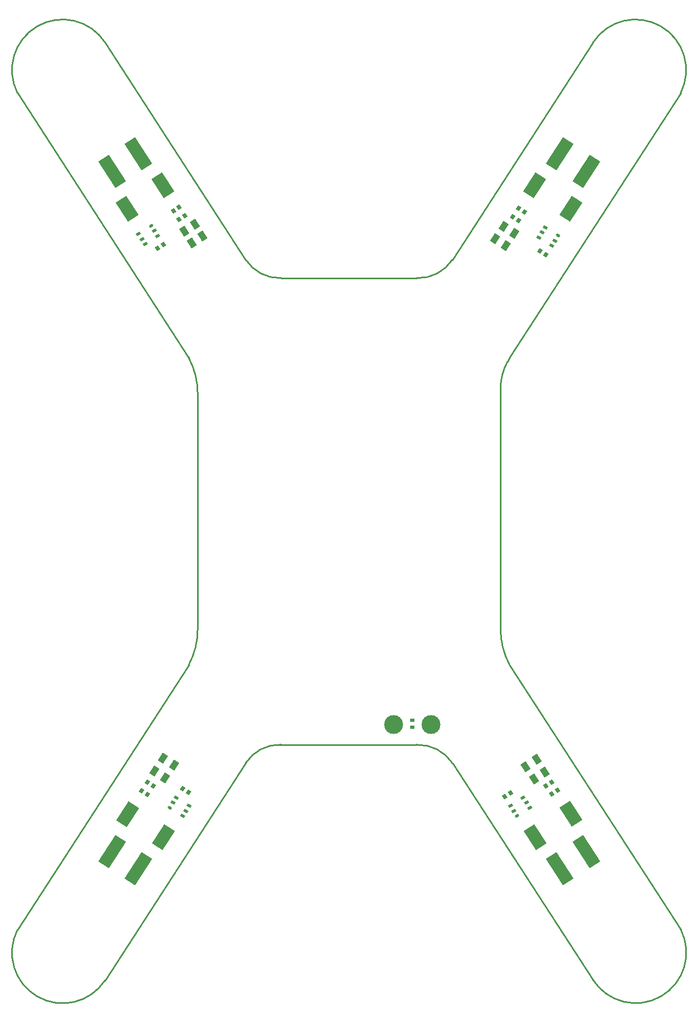
<source format=gbp>
G04 Layer_Color=128*
%FSLAX44Y44*%
%MOMM*%
G71*
G01*
G75*
%ADD12R,0.7000X0.6000*%
%ADD43C,0.2540*%
G04:AMPARAMS|DCode=51|XSize=1mm|YSize=1.45mm|CornerRadius=0mm|HoleSize=0mm|Usage=FLASHONLY|Rotation=32.936|XOffset=0mm|YOffset=0mm|HoleType=Round|Shape=Rectangle|*
%AMROTATEDRECTD51*
4,1,4,-0.0255,-0.8803,-0.8138,0.3366,0.0255,0.8803,0.8138,-0.3366,-0.0255,-0.8803,0.0*
%
%ADD51ROTATEDRECTD51*%

G04:AMPARAMS|DCode=52|XSize=1mm|YSize=1.45mm|CornerRadius=0mm|HoleSize=0mm|Usage=FLASHONLY|Rotation=32.936|XOffset=0mm|YOffset=0mm|HoleType=Round|Shape=Rectangle|*
%AMROTATEDRECTD52*
4,1,4,-0.0255,-0.8803,-0.8138,0.3366,0.0255,0.8803,0.8138,-0.3366,-0.0255,-0.8803,0.0*
%
%ADD52ROTATEDRECTD52*%

G04:AMPARAMS|DCode=53|XSize=0.6mm|YSize=0.7mm|CornerRadius=0mm|HoleSize=0mm|Usage=FLASHONLY|Rotation=32.936|XOffset=0mm|YOffset=0mm|HoleType=Round|Shape=Rectangle|*
%AMROTATEDRECTD53*
4,1,4,-0.0615,-0.4569,-0.4421,0.1306,0.0615,0.4569,0.4421,-0.1306,-0.0615,-0.4569,0.0*
%
%ADD53ROTATEDRECTD53*%

G04:AMPARAMS|DCode=54|XSize=1mm|YSize=1.45mm|CornerRadius=0mm|HoleSize=0mm|Usage=FLASHONLY|Rotation=147.064|XOffset=0mm|YOffset=0mm|HoleType=Round|Shape=Rectangle|*
%AMROTATEDRECTD54*
4,1,4,0.8138,0.3366,0.0255,-0.8803,-0.8138,-0.3366,-0.0255,0.8803,0.8138,0.3366,0.0*
%
%ADD54ROTATEDRECTD54*%

G04:AMPARAMS|DCode=55|XSize=0.6mm|YSize=0.7mm|CornerRadius=0mm|HoleSize=0mm|Usage=FLASHONLY|Rotation=147.064|XOffset=0mm|YOffset=0mm|HoleType=Round|Shape=Rectangle|*
%AMROTATEDRECTD55*
4,1,4,0.4421,0.1306,0.0615,-0.4569,-0.4421,-0.1306,-0.0615,0.4569,0.4421,0.1306,0.0*
%
%ADD55ROTATEDRECTD55*%

G04:AMPARAMS|DCode=56|XSize=1mm|YSize=1.45mm|CornerRadius=0mm|HoleSize=0mm|Usage=FLASHONLY|Rotation=32.936|XOffset=0mm|YOffset=0mm|HoleType=Round|Shape=Rectangle|*
%AMROTATEDRECTD56*
4,1,4,-0.0255,-0.8803,-0.8138,0.3366,0.0255,0.8803,0.8138,-0.3366,-0.0255,-0.8803,0.0*
%
%ADD56ROTATEDRECTD56*%

G04:AMPARAMS|DCode=57|XSize=0.6mm|YSize=0.7mm|CornerRadius=0mm|HoleSize=0mm|Usage=FLASHONLY|Rotation=32.936|XOffset=0mm|YOffset=0mm|HoleType=Round|Shape=Rectangle|*
%AMROTATEDRECTD57*
4,1,4,-0.0615,-0.4569,-0.4421,0.1306,0.0615,0.4569,0.4421,-0.1306,-0.0615,-0.4569,0.0*
%
%ADD57ROTATEDRECTD57*%

G04:AMPARAMS|DCode=58|XSize=2mm|YSize=3.6mm|CornerRadius=0mm|HoleSize=0mm|Usage=FLASHONLY|Rotation=32.936|XOffset=0mm|YOffset=0mm|HoleType=Round|Shape=Rectangle|*
%AMROTATEDRECTD58*
4,1,4,0.1394,-2.0544,-1.8179,0.9670,-0.1394,2.0544,1.8179,-0.9670,0.1394,-2.0544,0.0*
%
%ADD58ROTATEDRECTD58*%

G04:AMPARAMS|DCode=59|XSize=2mm|YSize=3.6mm|CornerRadius=0mm|HoleSize=0mm|Usage=FLASHONLY|Rotation=147.064|XOffset=0mm|YOffset=0mm|HoleType=Round|Shape=Rectangle|*
%AMROTATEDRECTD59*
4,1,4,1.8179,0.9670,-0.1394,-2.0544,-1.8179,-0.9670,0.1394,2.0544,1.8179,0.9670,0.0*
%
%ADD59ROTATEDRECTD59*%

G04:AMPARAMS|DCode=60|XSize=2mm|YSize=3.6mm|CornerRadius=0mm|HoleSize=0mm|Usage=FLASHONLY|Rotation=32.936|XOffset=0mm|YOffset=0mm|HoleType=Round|Shape=Rectangle|*
%AMROTATEDRECTD60*
4,1,4,0.1394,-2.0544,-1.8179,0.9670,-0.1394,2.0544,1.8179,-0.9670,0.1394,-2.0544,0.0*
%
%ADD60ROTATEDRECTD60*%

G04:AMPARAMS|DCode=61|XSize=0.6mm|YSize=0.7mm|CornerRadius=0mm|HoleSize=0mm|Usage=FLASHONLY|Rotation=147.064|XOffset=0mm|YOffset=0mm|HoleType=Round|Shape=Rectangle|*
%AMROTATEDRECTD61*
4,1,4,0.4421,0.1306,0.0615,-0.4569,-0.4421,-0.1306,-0.0615,0.4569,0.4421,0.1306,0.0*
%
%ADD61ROTATEDRECTD61*%

G04:AMPARAMS|DCode=62|XSize=0.6mm|YSize=0.7mm|CornerRadius=0mm|HoleSize=0mm|Usage=FLASHONLY|Rotation=32.936|XOffset=0mm|YOffset=0mm|HoleType=Round|Shape=Rectangle|*
%AMROTATEDRECTD62*
4,1,4,-0.0615,-0.4569,-0.4421,0.1306,0.0615,0.4569,0.4421,-0.1306,-0.0615,-0.4569,0.0*
%
%ADD62ROTATEDRECTD62*%

G04:AMPARAMS|DCode=63|XSize=0.7mm|YSize=0.45mm|CornerRadius=0mm|HoleSize=0mm|Usage=FLASHONLY|Rotation=32.936|XOffset=0mm|YOffset=0mm|HoleType=Round|Shape=Rectangle|*
%AMROTATEDRECTD63*
4,1,4,-0.1714,-0.3791,-0.4161,-0.0015,0.1714,0.3791,0.4161,0.0015,-0.1714,-0.3791,0.0*
%
%ADD63ROTATEDRECTD63*%

G04:AMPARAMS|DCode=64|XSize=0.7mm|YSize=0.45mm|CornerRadius=0.1575mm|HoleSize=0mm|Usage=FLASHONLY|Rotation=32.936|XOffset=0mm|YOffset=0mm|HoleType=Round|Shape=RoundedRectangle|*
%AMROUNDEDRECTD64*
21,1,0.7000,0.1350,0,0,32.9*
21,1,0.3850,0.4500,0,0,32.9*
1,1,0.3150,0.1983,0.0480*
1,1,0.3150,-0.1249,-0.1613*
1,1,0.3150,-0.1983,-0.0480*
1,1,0.3150,0.1249,0.1613*
%
%ADD64ROUNDEDRECTD64*%
G04:AMPARAMS|DCode=65|XSize=0.7mm|YSize=0.45mm|CornerRadius=0mm|HoleSize=0mm|Usage=FLASHONLY|Rotation=327.064|XOffset=0mm|YOffset=0mm|HoleType=Round|Shape=Rectangle|*
%AMROTATEDRECTD65*
4,1,4,-0.4161,0.0015,-0.1714,0.3791,0.4161,-0.0015,0.1714,-0.3791,-0.4161,0.0015,0.0*
%
%ADD65ROTATEDRECTD65*%

G04:AMPARAMS|DCode=66|XSize=0.7mm|YSize=0.45mm|CornerRadius=0.1575mm|HoleSize=0mm|Usage=FLASHONLY|Rotation=327.064|XOffset=0mm|YOffset=0mm|HoleType=Round|Shape=RoundedRectangle|*
%AMROUNDEDRECTD66*
21,1,0.7000,0.1350,0,0,327.1*
21,1,0.3850,0.4500,0,0,327.1*
1,1,0.3150,0.1249,-0.1613*
1,1,0.3150,-0.1983,0.0480*
1,1,0.3150,-0.1249,0.1613*
1,1,0.3150,0.1983,-0.0480*
%
%ADD66ROUNDEDRECTD66*%
%ADD67C,3.0000*%
G04:AMPARAMS|DCode=68|XSize=5mm|YSize=2mm|CornerRadius=0mm|HoleSize=0mm|Usage=FLASHONLY|Rotation=302.936|XOffset=0mm|YOffset=0mm|HoleType=Round|Shape=Rectangle|*
%AMROTATEDRECTD68*
4,1,4,-2.1985,1.5545,-0.5200,2.6419,2.1985,-1.5545,0.5200,-2.6419,-2.1985,1.5545,0.0*
%
%ADD68ROTATEDRECTD68*%

G04:AMPARAMS|DCode=69|XSize=5mm|YSize=2mm|CornerRadius=0mm|HoleSize=0mm|Usage=FLASHONLY|Rotation=237.064|XOffset=0mm|YOffset=0mm|HoleType=Round|Shape=Rectangle|*
%AMROTATEDRECTD69*
4,1,4,0.5200,2.6419,2.1985,1.5545,-0.5200,-2.6419,-2.1985,-1.5545,0.5200,2.6419,0.0*
%
%ADD69ROTATEDRECTD69*%

D12*
X1110500Y1357500D02*
D03*
Y1368500D02*
D03*
D43*
X623250Y2443500D02*
G03*
X484250Y2363500I-67341J-43750D01*
G01*
X846279Y2099019D02*
G03*
X902000Y2070000I53619J34952D01*
G01*
X770000Y1887238D02*
G03*
X755890Y1943326I-118485J12D01*
G01*
X1260856Y1936902D02*
G03*
X1250250Y1894741I78458J-42152D01*
G01*
X1118000Y2070000D02*
G03*
X1173721Y2099019I2102J63971D01*
G01*
X1535750Y2363500D02*
G03*
X1396750Y2443500I-71658J36250D01*
G01*
X755906Y1456698D02*
G03*
X770016Y1512786I-104375J56076D01*
G01*
X901797Y1330073D02*
G03*
X846366Y1301205I-2091J-63639D01*
G01*
X484266Y1036525D02*
G03*
X623266Y956525I71658J-36250D01*
G01*
X1250250Y1513011D02*
G03*
X1264360Y1456924I118485J-12D01*
G01*
X1174358Y1300137D02*
G03*
X1117036Y1329989I-55160J-35956D01*
G01*
X1397000Y956750D02*
G03*
X1536000Y1036750I67341J43750D01*
G01*
X623250Y2443500D02*
X846238Y2098992D01*
X484250Y2363500D02*
X754899Y1945332D01*
X755957Y1943363D01*
X1265101Y1945332D02*
X1535750Y2363500D01*
X1173762Y2098992D02*
X1396750Y2443500D01*
X754915Y1454692D02*
X755973Y1456661D01*
X484266Y1036525D02*
X754915Y1454692D01*
X623266Y956525D02*
X846254Y1301032D01*
X1264293Y1456887D02*
X1265351Y1454918D01*
X1536000Y1036750D01*
X1174741Y1300131D02*
X1397000Y956750D01*
X902000Y2070000D02*
X1118000D01*
X770000Y1887238D02*
X770016D01*
X770000Y1513250D02*
X770016D01*
Y1887238D01*
X1250250Y1513011D02*
Y1894750D01*
X899707Y1330025D02*
X1117036D01*
X1260636Y1937022D02*
X1265101Y1945332D01*
D51*
X1289897Y1295427D02*
D03*
X1307103Y1306573D02*
D03*
X748397Y2144427D02*
D03*
X765603Y2155573D02*
D03*
D52*
X1303397Y1275427D02*
D03*
X1320603Y1286573D02*
D03*
D53*
X1331366Y1270490D02*
D03*
X1322134Y1264510D02*
D03*
X1340116Y1257490D02*
D03*
X1330884Y1251510D02*
D03*
X1266366Y1253490D02*
D03*
X1257134Y1247510D02*
D03*
D54*
X732353Y1297677D02*
D03*
X715147Y1308823D02*
D03*
X718603Y1277177D02*
D03*
X701397Y1288323D02*
D03*
X1271853Y2140927D02*
D03*
X1254647Y2152073D02*
D03*
X1258603Y2121427D02*
D03*
X1241397Y2132573D02*
D03*
D55*
X681134Y1256740D02*
D03*
X690366Y1250760D02*
D03*
X690384Y1270240D02*
D03*
X699616Y1264260D02*
D03*
X1269634Y2167490D02*
D03*
X1278866Y2161510D02*
D03*
X1279134Y2180490D02*
D03*
X1288366Y2174510D02*
D03*
X1312884Y2113240D02*
D03*
X1322116Y2107260D02*
D03*
D56*
X760647Y2125927D02*
D03*
X777853Y2137073D02*
D03*
D57*
X749616Y2169240D02*
D03*
X740384Y2163260D02*
D03*
X740616Y2182490D02*
D03*
X731384Y2176510D02*
D03*
D58*
X1361785Y1220236D02*
D03*
X1304715Y1183264D02*
D03*
D59*
X658964Y1219986D02*
D03*
X716036Y1183014D02*
D03*
X1304465Y2216736D02*
D03*
X1361535Y2179764D02*
D03*
D60*
X715035Y2216986D02*
D03*
X657964Y2180014D02*
D03*
D61*
X755116Y1254510D02*
D03*
X745884Y1260490D02*
D03*
D62*
X706384Y2117260D02*
D03*
X715616Y2123240D02*
D03*
D63*
X1291071Y1238274D02*
D03*
X1285906Y1246248D02*
D03*
X1265763Y1233199D02*
D03*
X1296237Y1230301D02*
D03*
X1270929Y1225226D02*
D03*
X681429Y2131726D02*
D03*
X686594Y2123752D02*
D03*
X706737Y2136801D02*
D03*
X676264Y2139699D02*
D03*
X701571Y2144774D02*
D03*
D64*
X1276094Y1217252D02*
D03*
X696406Y2152748D02*
D03*
D65*
X751071Y1225226D02*
D03*
X756236Y1233199D02*
D03*
X736094Y1246248D02*
D03*
X745906Y1217252D02*
D03*
X730929Y1238274D02*
D03*
X1316179Y2142274D02*
D03*
X1311013Y2134301D02*
D03*
X1331156Y2121252D02*
D03*
X1321344Y2150248D02*
D03*
X1336321Y2129226D02*
D03*
D66*
X725763Y1230301D02*
D03*
X1341487Y2137199D02*
D03*
D67*
X1080250Y1362000D02*
D03*
X1140250D02*
D03*
D68*
X634166Y2239534D02*
D03*
X676130Y2266719D02*
D03*
X1343870Y1133281D02*
D03*
X1385834Y1160466D02*
D03*
D69*
Y2239534D02*
D03*
X1343870Y2266719D02*
D03*
X676130Y1133281D02*
D03*
X634166Y1160466D02*
D03*
M02*

</source>
